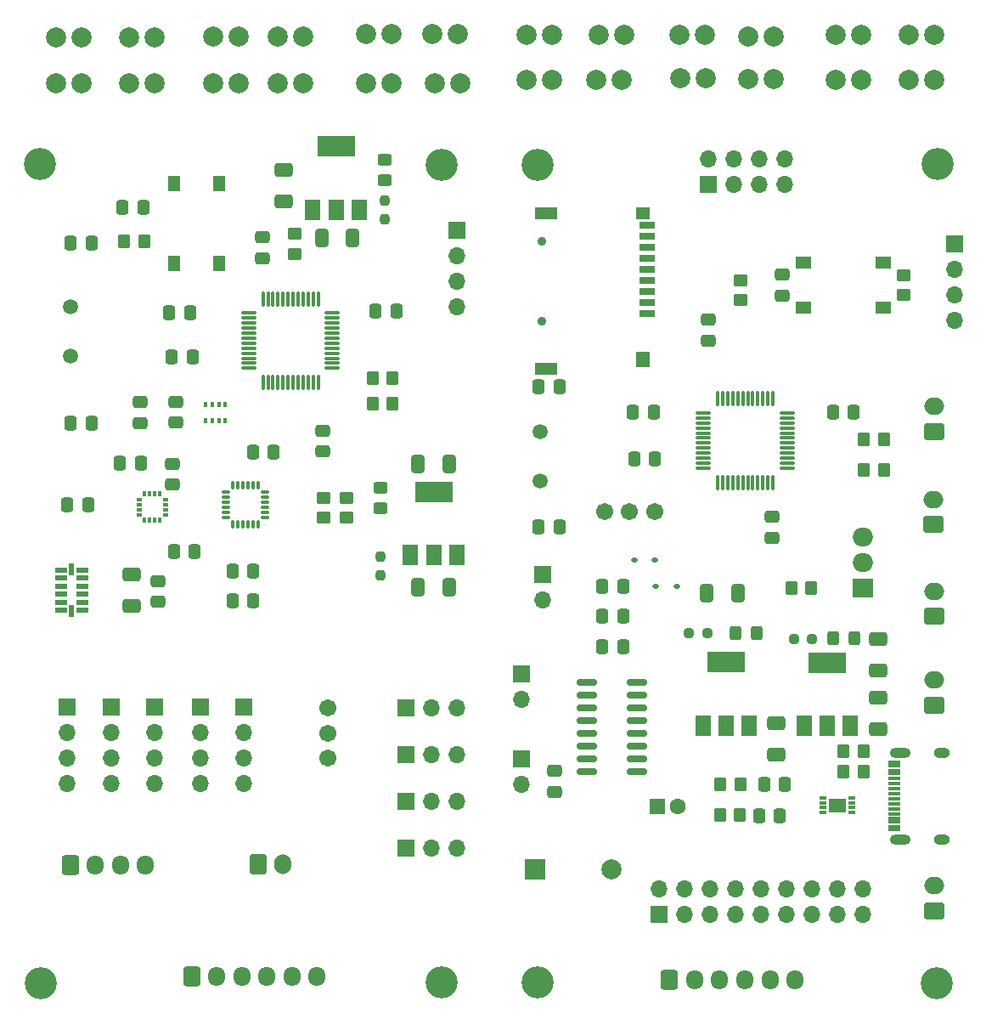
<source format=gts>
%TF.GenerationSoftware,KiCad,Pcbnew,(7.0.0)*%
%TF.CreationDate,2024-03-08T00:10:06+02:00*%
%TF.ProjectId,quadraptor,71756164-7261-4707-946f-722e6b696361,rev?*%
%TF.SameCoordinates,Original*%
%TF.FileFunction,Soldermask,Top*%
%TF.FilePolarity,Negative*%
%FSLAX46Y46*%
G04 Gerber Fmt 4.6, Leading zero omitted, Abs format (unit mm)*
G04 Created by KiCad (PCBNEW (7.0.0)) date 2024-03-08 00:10:06*
%MOMM*%
%LPD*%
G01*
G04 APERTURE LIST*
G04 Aperture macros list*
%AMRoundRect*
0 Rectangle with rounded corners*
0 $1 Rounding radius*
0 $2 $3 $4 $5 $6 $7 $8 $9 X,Y pos of 4 corners*
0 Add a 4 corners polygon primitive as box body*
4,1,4,$2,$3,$4,$5,$6,$7,$8,$9,$2,$3,0*
0 Add four circle primitives for the rounded corners*
1,1,$1+$1,$2,$3*
1,1,$1+$1,$4,$5*
1,1,$1+$1,$6,$7*
1,1,$1+$1,$8,$9*
0 Add four rect primitives between the rounded corners*
20,1,$1+$1,$2,$3,$4,$5,0*
20,1,$1+$1,$4,$5,$6,$7,0*
20,1,$1+$1,$6,$7,$8,$9,0*
20,1,$1+$1,$8,$9,$2,$3,0*%
G04 Aperture macros list end*
%ADD10R,1.700000X1.700000*%
%ADD11O,1.700000X1.700000*%
%ADD12C,3.200000*%
%ADD13RoundRect,0.075000X-0.350000X-0.075000X0.350000X-0.075000X0.350000X0.075000X-0.350000X0.075000X0*%
%ADD14RoundRect,0.075000X0.075000X-0.350000X0.075000X0.350000X-0.075000X0.350000X-0.075000X-0.350000X0*%
%ADD15RoundRect,0.250000X0.475000X-0.337500X0.475000X0.337500X-0.475000X0.337500X-0.475000X-0.337500X0*%
%ADD16RoundRect,0.250000X-0.475000X0.337500X-0.475000X-0.337500X0.475000X-0.337500X0.475000X0.337500X0*%
%ADD17RoundRect,0.250000X0.750000X-0.600000X0.750000X0.600000X-0.750000X0.600000X-0.750000X-0.600000X0*%
%ADD18O,2.000000X1.700000*%
%ADD19RoundRect,0.250000X-0.450000X0.350000X-0.450000X-0.350000X0.450000X-0.350000X0.450000X0.350000X0*%
%ADD20RoundRect,0.250000X0.337500X0.475000X-0.337500X0.475000X-0.337500X-0.475000X0.337500X-0.475000X0*%
%ADD21R,2.000000X2.000000*%
%ADD22C,2.000000*%
%ADD23RoundRect,0.075000X-0.075000X-0.662500X0.075000X-0.662500X0.075000X0.662500X-0.075000X0.662500X0*%
%ADD24RoundRect,0.075000X-0.662500X-0.075000X0.662500X-0.075000X0.662500X0.075000X-0.662500X0.075000X0*%
%ADD25RoundRect,0.250000X0.450000X-0.350000X0.450000X0.350000X-0.450000X0.350000X-0.450000X-0.350000X0*%
%ADD26RoundRect,0.250000X-0.600000X-0.750000X0.600000X-0.750000X0.600000X0.750000X-0.600000X0.750000X0*%
%ADD27O,1.700000X2.000000*%
%ADD28C,1.500000*%
%ADD29RoundRect,0.250000X-0.350000X-0.450000X0.350000X-0.450000X0.350000X0.450000X-0.350000X0.450000X0*%
%ADD30RoundRect,0.250000X-0.337500X-0.475000X0.337500X-0.475000X0.337500X0.475000X-0.337500X0.475000X0*%
%ADD31RoundRect,0.250000X-0.600000X-0.725000X0.600000X-0.725000X0.600000X0.725000X-0.600000X0.725000X0*%
%ADD32O,1.700000X1.950000*%
%ADD33RoundRect,0.250000X0.350000X0.450000X-0.350000X0.450000X-0.350000X-0.450000X0.350000X-0.450000X0*%
%ADD34RoundRect,0.250000X0.412500X0.650000X-0.412500X0.650000X-0.412500X-0.650000X0.412500X-0.650000X0*%
%ADD35R,1.145000X0.550000*%
%ADD36R,0.550000X1.145000*%
%ADD37RoundRect,0.237500X0.237500X-0.250000X0.237500X0.250000X-0.237500X0.250000X-0.237500X-0.250000X0*%
%ADD38RoundRect,0.250000X0.450000X-0.325000X0.450000X0.325000X-0.450000X0.325000X-0.450000X-0.325000X0*%
%ADD39RoundRect,0.112500X-0.187500X-0.112500X0.187500X-0.112500X0.187500X0.112500X-0.187500X0.112500X0*%
%ADD40RoundRect,0.250000X-0.650000X0.412500X-0.650000X-0.412500X0.650000X-0.412500X0.650000X0.412500X0*%
%ADD41C,0.900000*%
%ADD42R,1.600000X0.700000*%
%ADD43R,2.200000X1.200000*%
%ADD44R,1.400000X1.600000*%
%ADD45R,1.400000X1.200000*%
%ADD46R,1.500000X2.000000*%
%ADD47R,3.800000X2.000000*%
%ADD48R,1.600000X1.600000*%
%ADD49C,1.600000*%
%ADD50RoundRect,0.237500X-0.250000X-0.237500X0.250000X-0.237500X0.250000X0.237500X-0.250000X0.237500X0*%
%ADD51R,2.000000X1.905000*%
%ADD52O,2.000000X1.905000*%
%ADD53RoundRect,0.250000X-0.325000X-0.450000X0.325000X-0.450000X0.325000X0.450000X-0.325000X0.450000X0*%
%ADD54R,1.550000X1.300000*%
%ADD55R,0.350000X0.500000*%
%ADD56C,1.712000*%
%ADD57R,1.150000X0.300000*%
%ADD58O,2.100000X1.000000*%
%ADD59O,1.600000X1.000000*%
%ADD60RoundRect,0.150000X-0.850000X-0.150000X0.850000X-0.150000X0.850000X0.150000X-0.850000X0.150000X0*%
%ADD61R,0.550000X0.300000*%
%ADD62R,0.300000X0.550000*%
%ADD63R,0.750000X0.300000*%
%ADD64R,1.750000X1.450000*%
%ADD65R,1.300000X1.550000*%
G04 APERTURE END LIST*
D10*
%TO.C,J20*%
X80187721Y-122270249D03*
D11*
X80187721Y-124810249D03*
X80187721Y-127350249D03*
X80187721Y-129890249D03*
%TD*%
D12*
%TO.C,H2*%
X108762722Y-149702250D03*
%TD*%
D13*
%TO.C,U10*%
X87288972Y-100872000D03*
X87288972Y-101372000D03*
X87288972Y-101872000D03*
X87288972Y-102372000D03*
X87288972Y-102872000D03*
X87288972Y-103372000D03*
D14*
X87988972Y-104072000D03*
X88488972Y-104072000D03*
X88988972Y-104072000D03*
X89488972Y-104072000D03*
X89988972Y-104072000D03*
X90488972Y-104072000D03*
D13*
X91188972Y-103372000D03*
X91188972Y-102872000D03*
X91188972Y-102372000D03*
X91188972Y-101872000D03*
X91188972Y-101372000D03*
X91188972Y-100872000D03*
D14*
X90488972Y-100172000D03*
X89988972Y-100172000D03*
X89488972Y-100172000D03*
X88988972Y-100172000D03*
X88488972Y-100172000D03*
X87988972Y-100172000D03*
%TD*%
D15*
%TO.C,C23*%
X90967222Y-77550750D03*
X90967222Y-75475750D03*
%TD*%
D16*
%TO.C,C21*%
X96901000Y-94720500D03*
X96901000Y-96795500D03*
%TD*%
D17*
%TO.C,J17*%
X157861000Y-113228250D03*
D18*
X157860999Y-110728249D03*
%TD*%
D19*
%TO.C,R15*%
X154813000Y-79229750D03*
X154813000Y-81229750D03*
%TD*%
D20*
%TO.C,C39*%
X142515500Y-133096000D03*
X140440500Y-133096000D03*
%TD*%
D21*
%TO.C,BZ1*%
X118109999Y-138429999D03*
D22*
X125710000Y-138430000D03*
%TD*%
D23*
%TO.C,U1*%
X90982722Y-81593750D03*
X91482722Y-81593750D03*
X91982722Y-81593750D03*
X92482722Y-81593750D03*
X92982722Y-81593750D03*
X93482722Y-81593750D03*
X93982722Y-81593750D03*
X94482722Y-81593750D03*
X94982722Y-81593750D03*
X95482722Y-81593750D03*
X95982722Y-81593750D03*
X96482722Y-81593750D03*
D24*
X97895222Y-83006250D03*
X97895222Y-83506250D03*
X97895222Y-84006250D03*
X97895222Y-84506250D03*
X97895222Y-85006250D03*
X97895222Y-85506250D03*
X97895222Y-86006250D03*
X97895222Y-86506250D03*
X97895222Y-87006250D03*
X97895222Y-87506250D03*
X97895222Y-88006250D03*
X97895222Y-88506250D03*
D23*
X96482722Y-89918750D03*
X95982722Y-89918750D03*
X95482722Y-89918750D03*
X94982722Y-89918750D03*
X94482722Y-89918750D03*
X93982722Y-89918750D03*
X93482722Y-89918750D03*
X92982722Y-89918750D03*
X92482722Y-89918750D03*
X91982722Y-89918750D03*
X91482722Y-89918750D03*
X90982722Y-89918750D03*
D24*
X89570222Y-88506250D03*
X89570222Y-88006250D03*
X89570222Y-87506250D03*
X89570222Y-87006250D03*
X89570222Y-86506250D03*
X89570222Y-86006250D03*
X89570222Y-85506250D03*
X89570222Y-85006250D03*
X89570222Y-84506250D03*
X89570222Y-84006250D03*
X89570222Y-83506250D03*
X89570222Y-83006250D03*
%TD*%
D22*
%TO.C,TP7*%
X92456000Y-55443250D03*
X94996000Y-55443250D03*
%TD*%
D25*
%TO.C,R19*%
X138557000Y-81716250D03*
X138557000Y-79716250D03*
%TD*%
D17*
%TO.C,J14*%
X157861000Y-142565250D03*
D18*
X157860999Y-140065249D03*
%TD*%
D10*
%TO.C,J8*%
X105221721Y-127018249D03*
D11*
X107761721Y-127018249D03*
X110301721Y-127018249D03*
%TD*%
D26*
%TO.C,J2*%
X90494722Y-137958250D03*
D27*
X92994721Y-137958249D03*
%TD*%
D28*
%TO.C,Y1*%
X71790222Y-87308250D03*
X71790222Y-82408250D03*
%TD*%
D29*
%TO.C,R12*%
X136557000Y-129992250D03*
X138557000Y-129992250D03*
%TD*%
D30*
%TO.C,C37*%
X124819500Y-116238250D03*
X126894500Y-116238250D03*
%TD*%
D31*
%TO.C,J24*%
X71758722Y-138018250D03*
D32*
X74258721Y-138018249D03*
X76758721Y-138018249D03*
X79258721Y-138018249D03*
%TD*%
D33*
%TO.C,R7*%
X150860000Y-126661250D03*
X148860000Y-126661250D03*
%TD*%
D10*
%TO.C,J1*%
X110286721Y-74782249D03*
D11*
X110286721Y-77322249D03*
X110286721Y-79862249D03*
X110286721Y-82402249D03*
%TD*%
D30*
%TO.C,C3*%
X89959472Y-96871000D03*
X92034472Y-96871000D03*
%TD*%
D34*
%TO.C,C29*%
X109563222Y-110332250D03*
X106438222Y-110332250D03*
%TD*%
D22*
%TO.C,TP11*%
X132461000Y-55316250D03*
X135001000Y-55316250D03*
%TD*%
D33*
%TO.C,R13*%
X145653000Y-110434250D03*
X143653000Y-110434250D03*
%TD*%
D10*
%TO.C,LS1*%
X116712999Y-118938249D03*
D11*
X116712999Y-121478249D03*
%TD*%
D35*
%TO.C,U3*%
X73014721Y-112614749D03*
X73014721Y-111814749D03*
X73014721Y-111014749D03*
X73014721Y-110214749D03*
X73014721Y-109414749D03*
X73014721Y-108614749D03*
D36*
X71917221Y-108517249D03*
D35*
X70819721Y-108614749D03*
X70819721Y-109414749D03*
X70819721Y-110214749D03*
X70819721Y-111014749D03*
X70819721Y-111814749D03*
X70819721Y-112614749D03*
D36*
X71917221Y-112712249D03*
%TD*%
D20*
%TO.C,C16*%
X73554500Y-102108000D03*
X71479500Y-102108000D03*
%TD*%
%TO.C,C6*%
X84160472Y-106777000D03*
X82085472Y-106777000D03*
%TD*%
D10*
%TO.C,J9*%
X105221721Y-122368249D03*
D11*
X107761721Y-122368249D03*
X110301721Y-122368249D03*
%TD*%
D37*
%TO.C,R5*%
X102666722Y-109116500D03*
X102666722Y-107291500D03*
%TD*%
D12*
%TO.C,H8*%
X158115000Y-149804250D03*
%TD*%
D38*
%TO.C,D3*%
X103079472Y-69803250D03*
X103079472Y-67753250D03*
%TD*%
D30*
%TO.C,C2*%
X71796722Y-93973750D03*
X73871722Y-93973750D03*
%TD*%
D39*
%TO.C,D6*%
X130141000Y-110236000D03*
X132241000Y-110236000D03*
%TD*%
D40*
%TO.C,C13*%
X77886222Y-109052250D03*
X77886222Y-112177250D03*
%TD*%
D10*
%TO.C,J13*%
X159892999Y-76144249D03*
D11*
X159892999Y-78684249D03*
X159892999Y-81224249D03*
X159892999Y-83764249D03*
%TD*%
D22*
%TO.C,TP4*%
X85979000Y-55443250D03*
X88519000Y-55443250D03*
%TD*%
D10*
%TO.C,LS2*%
X116712999Y-127447249D03*
D11*
X116712999Y-129987249D03*
%TD*%
D12*
%TO.C,H1*%
X108762722Y-68270250D03*
%TD*%
D22*
%TO.C,TP6*%
X77597000Y-60142250D03*
X80137000Y-60142250D03*
%TD*%
D41*
%TO.C,J4*%
X118821855Y-83842282D03*
X118821855Y-75842282D03*
D42*
X129321854Y-83042281D03*
X129321854Y-81942281D03*
X129321854Y-80842281D03*
X129321854Y-79742281D03*
X129321854Y-78642281D03*
X129321854Y-77542281D03*
X129321854Y-76442281D03*
X129321854Y-75342281D03*
X129321854Y-74242281D03*
D43*
X119221854Y-88542281D03*
D44*
X128821854Y-87642281D03*
D43*
X119221854Y-73042281D03*
D45*
X128821854Y-73042281D03*
%TD*%
D12*
%TO.C,H7*%
X118364000Y-149677250D03*
%TD*%
D22*
%TO.C,TP3*%
X77597000Y-55570250D03*
X80137000Y-55570250D03*
%TD*%
D17*
%TO.C,J16*%
X157844000Y-104064250D03*
D18*
X157843999Y-101564249D03*
%TD*%
D22*
%TO.C,TP2*%
X101219000Y-55189250D03*
X103759000Y-55189250D03*
%TD*%
D15*
%TO.C,C12*%
X82293222Y-93912250D03*
X82293222Y-91837250D03*
%TD*%
D16*
%TO.C,C38*%
X120015000Y-128629500D03*
X120015000Y-130704500D03*
%TD*%
D46*
%TO.C,U9*%
X95953471Y-72690249D03*
X98253471Y-72690249D03*
D47*
X98253471Y-66390249D03*
D46*
X100553471Y-72690249D03*
%TD*%
D29*
%TO.C,R4*%
X101905222Y-92007250D03*
X103905222Y-92007250D03*
%TD*%
D48*
%TO.C,C35*%
X130333999Y-132151249D03*
D49*
X132334000Y-132151250D03*
%TD*%
D39*
%TO.C,D5*%
X127982000Y-107569000D03*
X130082000Y-107569000D03*
%TD*%
D10*
%TO.C,J10*%
X71424721Y-122270249D03*
D11*
X71424721Y-124810249D03*
X71424721Y-127350249D03*
X71424721Y-129890249D03*
%TD*%
D12*
%TO.C,H5*%
X158242000Y-68143250D03*
%TD*%
D30*
%TO.C,C8*%
X87948972Y-111692000D03*
X90023972Y-111692000D03*
%TD*%
D50*
%TO.C,R8*%
X143920750Y-115515250D03*
X145745750Y-115515250D03*
%TD*%
D22*
%TO.C,TP12*%
X132588000Y-59634250D03*
X135128000Y-59634250D03*
%TD*%
D25*
%TO.C,R18*%
X94122222Y-77094250D03*
X94122222Y-75094250D03*
%TD*%
D10*
%TO.C,J7*%
X105221721Y-131668249D03*
D11*
X107761721Y-131668249D03*
X110301721Y-131668249D03*
%TD*%
D20*
%TO.C,C14*%
X78816972Y-97976250D03*
X76741972Y-97976250D03*
%TD*%
D22*
%TO.C,TP9*%
X124460000Y-55316250D03*
X127000000Y-55316250D03*
%TD*%
D20*
%TO.C,C4*%
X79066222Y-72486250D03*
X76991222Y-72486250D03*
%TD*%
D33*
%TO.C,R9*%
X152892000Y-98623250D03*
X150892000Y-98623250D03*
%TD*%
D30*
%TO.C,C27*%
X118469500Y-90297000D03*
X120544500Y-90297000D03*
%TD*%
D22*
%TO.C,TP19*%
X117221000Y-59761250D03*
X119761000Y-59761250D03*
%TD*%
D10*
%TO.C,J22*%
X89077721Y-122270249D03*
D11*
X89077721Y-124810249D03*
X89077721Y-127350249D03*
X89077721Y-129890249D03*
%TD*%
D51*
%TO.C,Q1*%
X150804999Y-110434249D03*
D52*
X150804999Y-107894249D03*
X150804999Y-105354249D03*
%TD*%
D10*
%TO.C,J21*%
X84759721Y-122270249D03*
D11*
X84759721Y-124810249D03*
X84759721Y-127350249D03*
X84759721Y-129890249D03*
%TD*%
D25*
%TO.C,R1*%
X97028000Y-101405250D03*
X97028000Y-103405250D03*
%TD*%
D22*
%TO.C,TP15*%
X139319000Y-55457250D03*
X141859000Y-55457250D03*
%TD*%
%TO.C,TP5*%
X85979000Y-60142250D03*
X88519000Y-60142250D03*
%TD*%
D10*
%TO.C,J19*%
X75869721Y-122270249D03*
D11*
X75869721Y-124810249D03*
X75869721Y-127350249D03*
X75869721Y-129890249D03*
%TD*%
D22*
%TO.C,TP24*%
X107823000Y-55189250D03*
X110363000Y-55189250D03*
%TD*%
D40*
%TO.C,C31*%
X152273000Y-115475750D03*
X152273000Y-118600750D03*
%TD*%
D10*
%TO.C,J11*%
X130428999Y-142946249D03*
D11*
X130428999Y-140406249D03*
X132968999Y-142946249D03*
X132968999Y-140406249D03*
X135508999Y-142946249D03*
X135508999Y-140406249D03*
X138048999Y-142946249D03*
X138048999Y-140406249D03*
X140588999Y-142946249D03*
X140588999Y-140406249D03*
X143128999Y-142946249D03*
X143128999Y-140406249D03*
X145668999Y-142946249D03*
X145668999Y-140406249D03*
X148208999Y-142946249D03*
X148208999Y-140406249D03*
X150748999Y-142946249D03*
X150748999Y-140406249D03*
%TD*%
D22*
%TO.C,TP21*%
X155321000Y-55316250D03*
X157861000Y-55316250D03*
%TD*%
D30*
%TO.C,C22*%
X102213500Y-82804000D03*
X104288500Y-82804000D03*
%TD*%
D53*
%TO.C,D4*%
X138120000Y-114853250D03*
X140170000Y-114853250D03*
%TD*%
D22*
%TO.C,TP25*%
X108077000Y-60142250D03*
X110617000Y-60142250D03*
%TD*%
D12*
%TO.C,H3*%
X68834000Y-149804250D03*
%TD*%
D53*
%TO.C,D2*%
X147863250Y-115388250D03*
X149913250Y-115388250D03*
%TD*%
D54*
%TO.C,SW2*%
X144868999Y-77979749D03*
X152818999Y-77979749D03*
X144868999Y-82479749D03*
X152818999Y-82479749D03*
%TD*%
D22*
%TO.C,TP27*%
X70358000Y-55570250D03*
X72898000Y-55570250D03*
%TD*%
D15*
%TO.C,C24*%
X142748000Y-81267250D03*
X142748000Y-79192250D03*
%TD*%
D55*
%TO.C,U4*%
X85293221Y-92096249D03*
X85943221Y-92096249D03*
X86593221Y-92096249D03*
X87243221Y-92096249D03*
X87243221Y-93696249D03*
X86593221Y-93696249D03*
X85943221Y-93696249D03*
X85293221Y-93696249D03*
%TD*%
D56*
%TO.C,SW3*%
X97409000Y-127341000D03*
X97409000Y-124841000D03*
X97409000Y-122341000D03*
%TD*%
D10*
%TO.C,J12*%
X135381999Y-70175249D03*
D11*
X135381999Y-67635249D03*
X137921999Y-70175249D03*
X137921999Y-67635249D03*
X140461999Y-70175249D03*
X140461999Y-67635249D03*
X143001999Y-70175249D03*
X143001999Y-67635249D03*
%TD*%
D20*
%TO.C,C1*%
X83714500Y-82931000D03*
X81639500Y-82931000D03*
%TD*%
D30*
%TO.C,C44*%
X147806500Y-92908250D03*
X149881500Y-92908250D03*
%TD*%
D15*
%TO.C,C15*%
X81915000Y-100097500D03*
X81915000Y-98022500D03*
%TD*%
D30*
%TO.C,C36*%
X124819500Y-113228250D03*
X126894500Y-113228250D03*
%TD*%
D40*
%TO.C,C32*%
X142113000Y-123857750D03*
X142113000Y-126982750D03*
%TD*%
D31*
%TO.C,J23*%
X83870722Y-149067250D03*
D32*
X86370721Y-149067249D03*
X88870721Y-149067249D03*
X91370721Y-149067249D03*
X93870721Y-149067249D03*
X96370721Y-149067249D03*
%TD*%
D57*
%TO.C,J3*%
X153936999Y-134485249D03*
X153936999Y-133685249D03*
X153936999Y-132385249D03*
X153936999Y-131385249D03*
X153936999Y-130885249D03*
X153936999Y-129885249D03*
X153936999Y-128585249D03*
X153936999Y-127785249D03*
X153936999Y-128085249D03*
X153936999Y-128885249D03*
X153936999Y-129385249D03*
X153936999Y-130385249D03*
X153936999Y-131885249D03*
X153936999Y-132885249D03*
X153936999Y-133385249D03*
X153936999Y-134185249D03*
D58*
X154501999Y-135455249D03*
D59*
X158681999Y-135455249D03*
D58*
X154501999Y-126815249D03*
D59*
X158681999Y-126815249D03*
%TD*%
D20*
%TO.C,C47*%
X130069500Y-97536000D03*
X127994500Y-97536000D03*
%TD*%
D37*
%TO.C,R16*%
X103079472Y-73627750D03*
X103079472Y-71802750D03*
%TD*%
D12*
%TO.C,H4*%
X68707000Y-68143250D03*
%TD*%
D40*
%TO.C,C42*%
X93046472Y-68739750D03*
X93046472Y-71864750D03*
%TD*%
D16*
%TO.C,C10*%
X80553222Y-109704250D03*
X80553222Y-111779250D03*
%TD*%
D22*
%TO.C,TP17*%
X148082000Y-55316250D03*
X150622000Y-55316250D03*
%TD*%
D17*
%TO.C,J18*%
X157861000Y-122078250D03*
D18*
X157860999Y-119578249D03*
%TD*%
D22*
%TO.C,TP28*%
X70358000Y-60142250D03*
X72898000Y-60142250D03*
%TD*%
D30*
%TO.C,C34*%
X124819500Y-110218250D03*
X126894500Y-110218250D03*
%TD*%
%TO.C,C5*%
X71796722Y-76066750D03*
X73871722Y-76066750D03*
%TD*%
D46*
%TO.C,U11*%
X134859999Y-124100249D03*
X137159999Y-124100249D03*
D47*
X137159999Y-117800249D03*
D46*
X139459999Y-124100249D03*
%TD*%
D15*
%TO.C,C11*%
X78775222Y-93933750D03*
X78775222Y-91858750D03*
%TD*%
D34*
%TO.C,C9*%
X109563222Y-98013250D03*
X106438222Y-98013250D03*
%TD*%
D25*
%TO.C,R2*%
X99314000Y-103405250D03*
X99314000Y-101405250D03*
%TD*%
D22*
%TO.C,TP1*%
X92456000Y-60142250D03*
X94996000Y-60142250D03*
%TD*%
D46*
%TO.C,U7*%
X105700721Y-107132249D03*
X108000721Y-107132249D03*
D47*
X108000721Y-100832249D03*
D46*
X110300721Y-107132249D03*
%TD*%
D34*
%TO.C,C41*%
X99942972Y-75509250D03*
X96817972Y-75509250D03*
%TD*%
D28*
%TO.C,Y2*%
X118618000Y-99732000D03*
X118618000Y-94832000D03*
%TD*%
D40*
%TO.C,C30*%
X152273000Y-121317750D03*
X152273000Y-124442750D03*
%TD*%
D46*
%TO.C,U12*%
X144948999Y-124126249D03*
X147248999Y-124126249D03*
D47*
X147248999Y-117826249D03*
D46*
X149548999Y-124126249D03*
%TD*%
D24*
%TO.C,U2*%
X134902500Y-92952250D03*
X134902500Y-93452250D03*
X134902500Y-93952250D03*
X134902500Y-94452250D03*
X134902500Y-94952250D03*
X134902500Y-95452250D03*
X134902500Y-95952250D03*
X134902500Y-96452250D03*
X134902500Y-96952250D03*
X134902500Y-97452250D03*
X134902500Y-97952250D03*
X134902500Y-98452250D03*
D23*
X136315000Y-99864750D03*
X136815000Y-99864750D03*
X137315000Y-99864750D03*
X137815000Y-99864750D03*
X138315000Y-99864750D03*
X138815000Y-99864750D03*
X139315000Y-99864750D03*
X139815000Y-99864750D03*
X140315000Y-99864750D03*
X140815000Y-99864750D03*
X141315000Y-99864750D03*
X141815000Y-99864750D03*
D24*
X143227500Y-98452250D03*
X143227500Y-97952250D03*
X143227500Y-97452250D03*
X143227500Y-96952250D03*
X143227500Y-96452250D03*
X143227500Y-95952250D03*
X143227500Y-95452250D03*
X143227500Y-94952250D03*
X143227500Y-94452250D03*
X143227500Y-93952250D03*
X143227500Y-93452250D03*
X143227500Y-92952250D03*
D23*
X141815000Y-91539750D03*
X141315000Y-91539750D03*
X140815000Y-91539750D03*
X140315000Y-91539750D03*
X139815000Y-91539750D03*
X139315000Y-91539750D03*
X138815000Y-91539750D03*
X138315000Y-91539750D03*
X137815000Y-91539750D03*
X137315000Y-91539750D03*
X136815000Y-91539750D03*
X136315000Y-91539750D03*
%TD*%
D60*
%TO.C,U8*%
X123230000Y-119832250D03*
X123230000Y-121102250D03*
X123230000Y-122372250D03*
X123230000Y-123642250D03*
X123230000Y-124912250D03*
X123230000Y-126182250D03*
X123230000Y-127452250D03*
X123230000Y-128722250D03*
X128230000Y-128722250D03*
X128230000Y-127452250D03*
X128230000Y-126182250D03*
X128230000Y-124912250D03*
X128230000Y-123642250D03*
X128230000Y-122372250D03*
X128230000Y-121102250D03*
X128230000Y-119832250D03*
%TD*%
D22*
%TO.C,TP8*%
X117221000Y-55316250D03*
X119761000Y-55316250D03*
%TD*%
D61*
%TO.C,U6*%
X81272971Y-103081999D03*
X81272971Y-102581999D03*
X81272971Y-102081999D03*
X81272971Y-101581999D03*
D62*
X80697971Y-101006999D03*
X80197971Y-101006999D03*
X79697971Y-101006999D03*
X79197971Y-101006999D03*
D61*
X78622971Y-101581999D03*
X78622971Y-102081999D03*
X78622971Y-102581999D03*
X78622971Y-103081999D03*
D62*
X79197971Y-103656999D03*
X79697971Y-103656999D03*
X80197971Y-103656999D03*
X80697971Y-103656999D03*
%TD*%
D29*
%TO.C,R14*%
X77119722Y-75877250D03*
X79119722Y-75877250D03*
%TD*%
D16*
%TO.C,C43*%
X141732000Y-103300750D03*
X141732000Y-105375750D03*
%TD*%
D22*
%TO.C,TP13*%
X155321000Y-59761250D03*
X157861000Y-59761250D03*
%TD*%
D30*
%TO.C,C46*%
X127867500Y-92908250D03*
X129942500Y-92908250D03*
%TD*%
D63*
%TO.C,U14*%
X149678999Y-132786249D03*
X149678999Y-132286249D03*
X149678999Y-131786249D03*
X149678999Y-131286249D03*
X146778999Y-131286249D03*
X146778999Y-131786249D03*
X146778999Y-132286249D03*
X146778999Y-132786249D03*
D64*
X148228999Y-132036249D03*
%TD*%
D56*
%TO.C,SW4*%
X125008000Y-102743000D03*
X127508000Y-102743000D03*
X130008000Y-102743000D03*
%TD*%
D38*
%TO.C,D1*%
X102666722Y-102467250D03*
X102666722Y-100417250D03*
%TD*%
D33*
%TO.C,R6*%
X150860000Y-128722250D03*
X148860000Y-128722250D03*
%TD*%
D22*
%TO.C,TP10*%
X124206000Y-59761250D03*
X126746000Y-59761250D03*
%TD*%
D33*
%TO.C,R3*%
X103905222Y-89467250D03*
X101905222Y-89467250D03*
%TD*%
D30*
%TO.C,C7*%
X87948972Y-108682000D03*
X90023972Y-108682000D03*
%TD*%
D12*
%TO.C,H6*%
X118364000Y-68199000D03*
%TD*%
D29*
%TO.C,R11*%
X136541000Y-132969000D03*
X138541000Y-132969000D03*
%TD*%
D31*
%TO.C,J5*%
X131518000Y-149423250D03*
D32*
X134017999Y-149423249D03*
X136517999Y-149423249D03*
X139017999Y-149423249D03*
X141517999Y-149423249D03*
X144017999Y-149423249D03*
%TD*%
D16*
%TO.C,C45*%
X135382000Y-83671500D03*
X135382000Y-85746500D03*
%TD*%
D65*
%TO.C,SW1*%
X82081971Y-78084999D03*
X82081971Y-70134999D03*
X86581971Y-78084999D03*
X86581971Y-70134999D03*
%TD*%
D17*
%TO.C,J15*%
X157861000Y-94813250D03*
D18*
X157860999Y-92313249D03*
%TD*%
D22*
%TO.C,TP23*%
X101219000Y-60071000D03*
X103759000Y-60071000D03*
%TD*%
D34*
%TO.C,C33*%
X138341500Y-110942250D03*
X135216500Y-110942250D03*
%TD*%
D50*
%TO.C,R17*%
X133430000Y-114854250D03*
X135255000Y-114854250D03*
%TD*%
D20*
%TO.C,C25*%
X81893500Y-87376000D03*
X83968500Y-87376000D03*
%TD*%
D30*
%TO.C,C28*%
X118469500Y-104267000D03*
X120544500Y-104267000D03*
%TD*%
D20*
%TO.C,C40*%
X143039500Y-129992250D03*
X140964500Y-129992250D03*
%TD*%
D10*
%TO.C,J6*%
X105221721Y-136318249D03*
D11*
X107761721Y-136318249D03*
X110301721Y-136318249D03*
%TD*%
D22*
%TO.C,TP16*%
X139319000Y-59690000D03*
X141859000Y-59690000D03*
%TD*%
D10*
%TO.C,J25*%
X118871999Y-109037249D03*
D11*
X118871999Y-111577249D03*
%TD*%
D22*
%TO.C,TP14*%
X148082000Y-59761250D03*
X150622000Y-59761250D03*
%TD*%
D33*
%TO.C,R10*%
X152892000Y-95575250D03*
X150892000Y-95575250D03*
%TD*%
M02*

</source>
